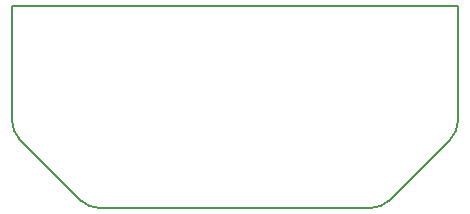
<source format=gbr>
%TF.GenerationSoftware,KiCad,Pcbnew,(5.1.6)-1*%
%TF.CreationDate,2021-02-17T18:40:25-08:00*%
%TF.ProjectId,kg-cable-asl,6b672d63-6162-46c6-952d-61736c2e6b69,rev?*%
%TF.SameCoordinates,Original*%
%TF.FileFunction,Profile,NP*%
%FSLAX46Y46*%
G04 Gerber Fmt 4.6, Leading zero omitted, Abs format (unit mm)*
G04 Created by KiCad (PCBNEW (5.1.6)-1) date 2021-02-17 18:40:25*
%MOMM*%
%LPD*%
G01*
G04 APERTURE LIST*
%TA.AperFunction,Profile*%
%ADD10C,0.200000*%
%TD*%
G04 APERTURE END LIST*
D10*
X160788500Y-116574100D02*
X166036800Y-111325900D01*
X160788513Y-116574114D02*
G75*
G02*
X159373996Y-117159900I-1414213J1414214D01*
G01*
X129511500Y-111326800D02*
X134758200Y-116570900D01*
X166622600Y-109911915D02*
G75*
G02*
X166036813Y-111325814I-2000000J315D01*
G01*
X136171800Y-117156400D02*
X159374000Y-117159900D01*
X129511528Y-111326754D02*
G75*
G02*
X128925401Y-109911897I1413872J1414554D01*
G01*
X128926900Y-100076000D02*
X128925400Y-109911900D01*
X166622600Y-109911900D02*
X166624000Y-100076000D01*
X136171798Y-117156400D02*
G75*
G02*
X134758228Y-116570955I302J2000000D01*
G01*
X166624000Y-100076000D02*
X128926900Y-100076000D01*
M02*

</source>
